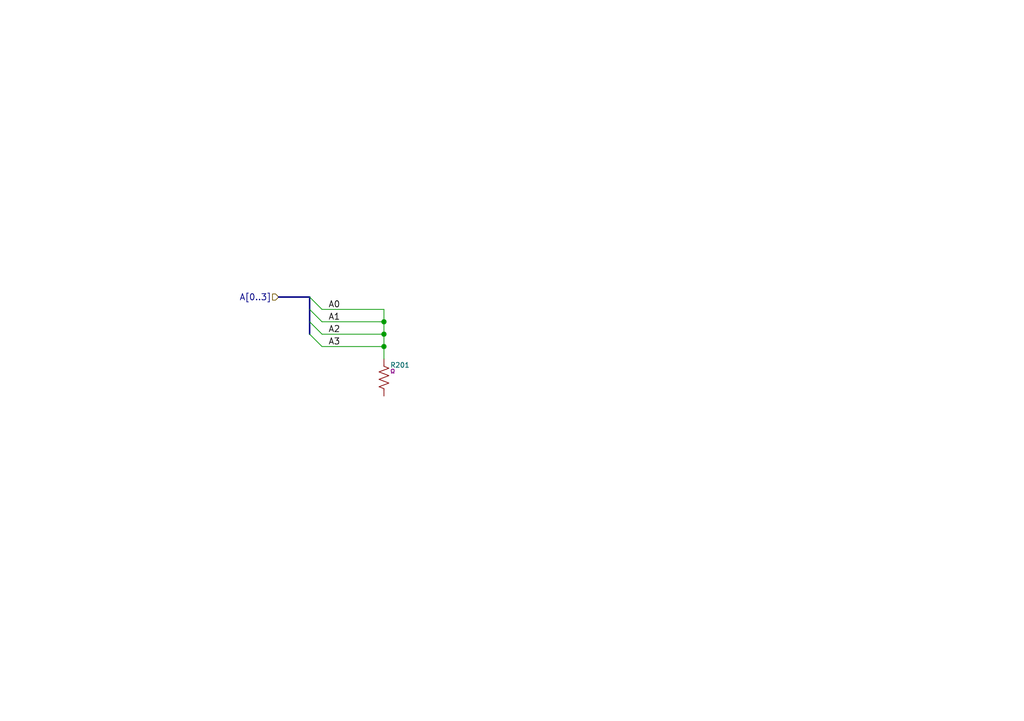
<source format=kicad_sch>
(kicad_sch (version 20231120) (generator "eeschema") (generator_version "8.0")
  (paper "A5")
  (lib_symbols
    (symbol "Resistors:RES" (pin_numbers hide) (pin_names (offset 0) hide)
      (property "Reference" "R" (at 1.27 2.54 0))
      (property "val" "Ω" (at 1.27 1.27 0))
      (symbol "RES_1_1"
        (polyline (pts (xy 0 -2.286) (xy 0 -2.54)))
        (polyline (pts (xy 0 2.286) (xy 0 2.54)))
        (polyline (pts (xy 0 -0.762) (xy 1.016 -1.143) (xy 0 -1.524) (xy -1.016 -1.905) (xy 0 -2.286)))
        (polyline (pts (xy 0 0.762) (xy 1.016 0.381) (xy 0 0) (xy -1.016 -0.381) (xy 0 -0.762)))
        (polyline (pts (xy 0 2.286) (xy 1.016 1.905) (xy 0 1.524) (xy -1.016 1.143) (xy 0 0.762)))
        (pin passive line (at 0 3.81 270) (length 1.27) (name "~") (number "1"))
        (pin passive line (at 0 -3.81 90) (length 1.27) (name "~") (number "2"))
      )
    )
  )
  (bus_alias "a" (members "a" "b" "c"))
  (junction (at 78.74 68.58))
  (junction (at 78.74 71.12))
  (junction (at 78.74 66.04))
  (bus_entry (at 63.5 68.58) (size 2.54 2.54))
  (bus_entry (at 63.5 66.04) (size 2.54 2.54))
  (bus_entry (at 63.5 63.5) (size 2.54 2.54))
  (bus_entry (at 63.5 60.96) (size 2.54 2.54))
  (bus (pts (xy 57.15 60.96) (xy 63.5 60.96)))
  (wire (pts (xy 78.74 63.5) (xy 78.74 66.04)))
  (bus (pts (xy 63.5 60.96) (xy 63.5 63.5)))
  (wire (pts (xy 66.04 68.58) (xy 78.74 68.58)))
  (bus (pts (xy 63.5 63.5) (xy 63.5 66.04)))
  (wire (pts (xy 66.04 66.04) (xy 78.74 66.04)))
  (wire (pts (xy 78.74 68.58) (xy 78.74 71.12)))
  (wire (pts (xy 78.74 66.04) (xy 78.74 68.58)))
  (wire (pts (xy 78.74 71.12) (xy 78.74 73.66)))
  (bus (pts (xy 63.5 66.04) (xy 63.5 68.58)))
  (wire (pts (xy 66.04 71.12) (xy 78.74 71.12)))
  (wire (pts (xy 66.04 63.5) (xy 78.74 63.5)))
  (label "A0" (at 67.31 63.5 0))
  (label "A2" (at 67.31 68.58 0))
  (label "A1" (at 67.31 66.04 0))
  (label "A3" (at 67.31 71.12 0))
  (hierarchical_label "A[0..3]" (shape input) (at 57.15 60.96 180))
  (symbol (lib_id "Resistors:RES") (at 78.74 77.47 0) (unit 1)
    (property "Reference" "R201" (at 80.01 74.93 0) (effects (font (size 1 1)) (justify left)))
    (property "Value" "RES" (effects (hide yes)))
    (property "val" "Ω" (at 80.01 76.2 0) (effects (font (size 0.8 0.8)) (justify left)))
    (property "Sim.Device" "R" (effects (hide yes)))
    (property "Sim.Pins" "1=+ 2=-" (effects (hide yes)))
    (property "Sim.Params" "r=\"${val}\"" (effects (hide yes)))
  )
)
</source>
